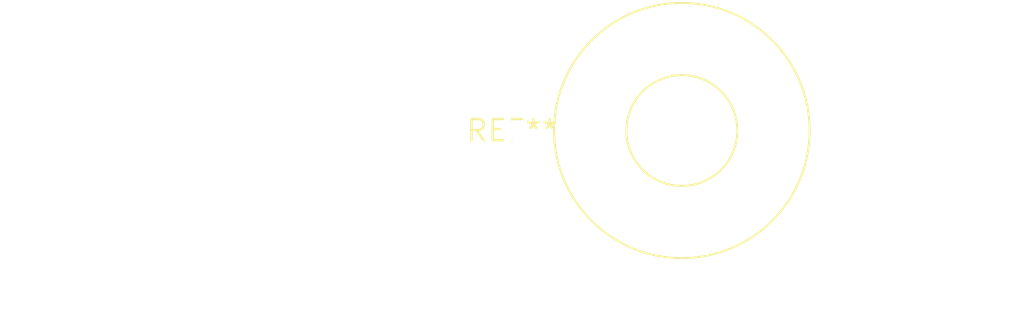
<source format=kicad_pcb>
(kicad_pcb (version 20240108) (generator pcbnew)
  (layers (0 "F.Cu" signal) (31 "B.Cu" signal) (34 "B.Paste" user) (35 "F.Paste" user) (36 "B.SilkS" user "B.Silkscreen") (37 "F.SilkS" user "F.Silkscreen") (38 "B.Mask" user) (39 "F.Mask" user) (44 "Edge.Cuts" user))
  (net 0 "")
  (footprint "Autotransformer_Toroid_1Tap_Horizontal_D14.0mm_Amidon-T50" (layer "F.Cu") (at 0 0)
    (property "Reference" "REF**")
    (property "Value" "Autotransformer_Toroid_1Tap_Horizontal_D14.0mm_Amidon-T50")
    (fp_circle (center 10.1 0) (end 13.4 0) (layer "F.SilkS") (stroke (width 0.12)) (fill none))
    (fp_circle (center 10.1 0) (end 17.7 0) (layer "F.SilkS") (stroke (width 0.12)) (fill none))
    (pad "1" thru_hole circle (at 0 0) (size 3 3) (drill 1.2) (layers *.Cu *.Mask) (remove_unused_layers))
    (pad "2" thru_hole circle (at 10.1 10) (size 3 3) (drill 1.2) (layers *.Cu *.Mask) (remove_unused_layers))
    (pad "3" thru_hole circle (at 20.1 0) (size 3 3) (drill 1.2) (layers *.Cu *.Mask) (remove_unused_layers))
  )
)
</source>
